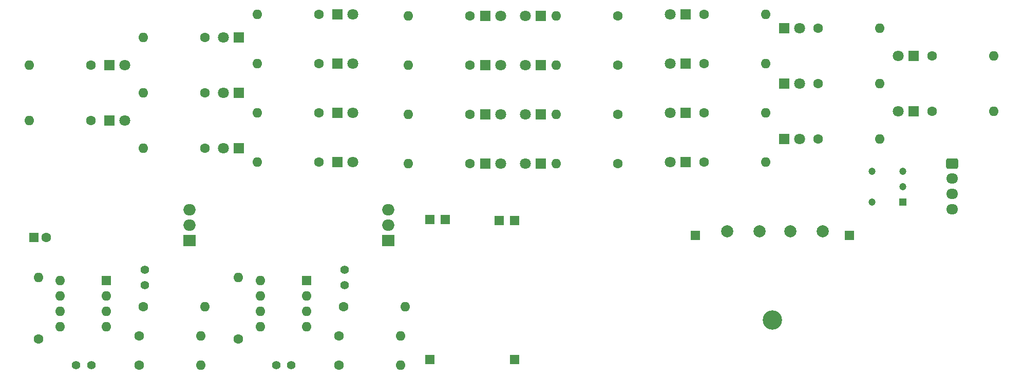
<source format=gbr>
%TF.GenerationSoftware,KiCad,Pcbnew,8.0.8*%
%TF.CreationDate,2025-03-28T10:57:28-04:00*%
%TF.ProjectId,rear_lights_unit,72656172-5f6c-4696-9768-74735f756e69,0*%
%TF.SameCoordinates,Original*%
%TF.FileFunction,Soldermask,Top*%
%TF.FilePolarity,Negative*%
%FSLAX46Y46*%
G04 Gerber Fmt 4.6, Leading zero omitted, Abs format (unit mm)*
G04 Created by KiCad (PCBNEW 8.0.8) date 2025-03-28 10:57:28*
%MOMM*%
%LPD*%
G01*
G04 APERTURE LIST*
G04 Aperture macros list*
%AMRoundRect*
0 Rectangle with rounded corners*
0 $1 Rounding radius*
0 $2 $3 $4 $5 $6 $7 $8 $9 X,Y pos of 4 corners*
0 Add a 4 corners polygon primitive as box body*
4,1,4,$2,$3,$4,$5,$6,$7,$8,$9,$2,$3,0*
0 Add four circle primitives for the rounded corners*
1,1,$1+$1,$2,$3*
1,1,$1+$1,$4,$5*
1,1,$1+$1,$6,$7*
1,1,$1+$1,$8,$9*
0 Add four rect primitives between the rounded corners*
20,1,$1+$1,$2,$3,$4,$5,0*
20,1,$1+$1,$4,$5,$6,$7,0*
20,1,$1+$1,$6,$7,$8,$9,0*
20,1,$1+$1,$8,$9,$2,$3,0*%
G04 Aperture macros list end*
%ADD10R,2.000000X1.905000*%
%ADD11O,2.000000X1.905000*%
%ADD12R,1.800000X1.800000*%
%ADD13C,1.800000*%
%ADD14R,1.600000X1.600000*%
%ADD15C,1.600000*%
%ADD16O,1.600000X1.600000*%
%ADD17R,1.524000X1.524000*%
%ADD18C,1.400000*%
%ADD19C,1.200000*%
%ADD20R,1.200000X1.200000*%
%ADD21C,2.000000*%
%ADD22RoundRect,0.250000X-0.725000X0.600000X-0.725000X-0.600000X0.725000X-0.600000X0.725000X0.600000X0*%
%ADD23O,1.950000X1.700000*%
%ADD24C,3.200000*%
G04 APERTURE END LIST*
D10*
%TO.C,Q2*%
X113030000Y-97282000D03*
D11*
X113030000Y-94742000D03*
X113030000Y-92202000D03*
%TD*%
D10*
%TO.C,Q1*%
X80264000Y-97282000D03*
D11*
X80264000Y-94742000D03*
X80264000Y-92202000D03*
%TD*%
D12*
%TO.C,D1*%
X104638000Y-59944000D03*
D13*
X107178000Y-59944000D03*
%TD*%
D12*
%TO.C,D11*%
X162052000Y-76200000D03*
D13*
X159512000Y-76200000D03*
%TD*%
D12*
%TO.C,D23*%
X138171000Y-76454000D03*
D13*
X135631000Y-76454000D03*
%TD*%
D12*
%TO.C,D9*%
X162052000Y-59944000D03*
D13*
X159512000Y-59944000D03*
%TD*%
D12*
%TO.C,D4*%
X104643000Y-84328000D03*
D13*
X107183000Y-84328000D03*
%TD*%
D12*
%TO.C,D18*%
X129022000Y-68326000D03*
D13*
X131562000Y-68326000D03*
%TD*%
D12*
%TO.C,D25*%
X67046000Y-77470000D03*
D13*
X69586000Y-77470000D03*
%TD*%
D12*
%TO.C,D14*%
X178303000Y-71374000D03*
D13*
X180843000Y-71374000D03*
%TD*%
D12*
%TO.C,D12*%
X162052000Y-84328000D03*
D13*
X159512000Y-84328000D03*
%TD*%
D12*
%TO.C,D24*%
X138171000Y-84582000D03*
D13*
X135631000Y-84582000D03*
%TD*%
D12*
%TO.C,D20*%
X129017000Y-84582000D03*
D13*
X131557000Y-84582000D03*
%TD*%
D12*
%TO.C,D7*%
X88387000Y-82042000D03*
D13*
X85847000Y-82042000D03*
%TD*%
D12*
%TO.C,D6*%
X88387000Y-72898000D03*
D13*
X85847000Y-72898000D03*
%TD*%
D12*
%TO.C,D17*%
X129022000Y-60198000D03*
D13*
X131562000Y-60198000D03*
%TD*%
D12*
%TO.C,D21*%
X138171000Y-60198000D03*
D13*
X135631000Y-60198000D03*
%TD*%
D12*
%TO.C,D13*%
X178298000Y-62230000D03*
D13*
X180838000Y-62230000D03*
%TD*%
D12*
%TO.C,D22*%
X138171000Y-68326000D03*
D13*
X135631000Y-68326000D03*
%TD*%
D12*
%TO.C,D10*%
X162052000Y-68072000D03*
D13*
X159512000Y-68072000D03*
%TD*%
D12*
%TO.C,D16*%
X199644000Y-66802000D03*
D13*
X197104000Y-66802000D03*
%TD*%
D12*
%TO.C,D26*%
X199649000Y-75946000D03*
D13*
X197109000Y-75946000D03*
%TD*%
D12*
%TO.C,D19*%
X129022000Y-76454000D03*
D13*
X131562000Y-76454000D03*
%TD*%
D12*
%TO.C,D15*%
X178298000Y-80518000D03*
D13*
X180838000Y-80518000D03*
%TD*%
D12*
%TO.C,D3*%
X104643000Y-76200000D03*
D13*
X107183000Y-76200000D03*
%TD*%
D12*
%TO.C,D8*%
X67046000Y-68326000D03*
D13*
X69586000Y-68326000D03*
%TD*%
D12*
%TO.C,D2*%
X104638000Y-68072000D03*
D13*
X107178000Y-68072000D03*
%TD*%
D12*
%TO.C,D5*%
X88387000Y-63754000D03*
D13*
X85847000Y-63754000D03*
%TD*%
D14*
%TO.C,C5*%
X54610000Y-96774000D03*
D15*
X56610000Y-96774000D03*
%TD*%
%TO.C,R4*%
X101595000Y-84328000D03*
D16*
X91435000Y-84328000D03*
%TD*%
D17*
%TO.C,U3*%
X133888000Y-116952000D03*
X119888000Y-116952000D03*
X131348000Y-93952000D03*
X122428000Y-93842000D03*
X133888000Y-93952000D03*
X119888000Y-93842000D03*
%TD*%
D18*
%TO.C,C4*%
X105875000Y-102138000D03*
X105875000Y-104638000D03*
%TD*%
D15*
%TO.C,R12*%
X165095000Y-84328000D03*
D16*
X175255000Y-84328000D03*
%TD*%
D15*
%TO.C,R27*%
X72644000Y-108204000D03*
D16*
X82804000Y-108204000D03*
%TD*%
D15*
%TO.C,R7*%
X82799000Y-82042000D03*
D16*
X72639000Y-82042000D03*
%TD*%
D15*
%TO.C,R16*%
X202687000Y-66802000D03*
D16*
X212847000Y-66802000D03*
%TD*%
D15*
%TO.C,R29*%
X104945000Y-113030000D03*
D16*
X115105000Y-113030000D03*
%TD*%
D15*
%TO.C,R32*%
X105707000Y-108204000D03*
D16*
X115867000Y-108204000D03*
%TD*%
D19*
%TO.C,SW2*%
X192786000Y-90932000D03*
X192786000Y-85852000D03*
D20*
X197866000Y-90932000D03*
D19*
X197866000Y-88392000D03*
X197866000Y-85852000D03*
%TD*%
D15*
%TO.C,R20*%
X126487000Y-84582000D03*
D16*
X116327000Y-84582000D03*
%TD*%
D15*
%TO.C,R5*%
X82799000Y-63754000D03*
D16*
X72639000Y-63754000D03*
%TD*%
D15*
%TO.C,R17*%
X126487000Y-60198000D03*
D16*
X116327000Y-60198000D03*
%TD*%
D21*
%TO.C,TP1*%
X184658000Y-95758000D03*
%TD*%
D15*
%TO.C,R34*%
X202687000Y-75946000D03*
D16*
X212847000Y-75946000D03*
%TD*%
D15*
%TO.C,R10*%
X165095000Y-68072000D03*
D16*
X175255000Y-68072000D03*
%TD*%
D15*
%TO.C,R19*%
X126487000Y-76454000D03*
D16*
X116327000Y-76454000D03*
%TD*%
D18*
%TO.C,C1*%
X61574000Y-117856000D03*
X64074000Y-117856000D03*
%TD*%
D14*
%TO.C,U2*%
X99568000Y-103896000D03*
D16*
X99568000Y-106436000D03*
X99568000Y-108976000D03*
X99568000Y-111516000D03*
X91948000Y-111516000D03*
X91948000Y-108976000D03*
X91948000Y-106436000D03*
X91948000Y-103896000D03*
%TD*%
D21*
%TO.C,TP4*%
X174244000Y-95758000D03*
%TD*%
D15*
%TO.C,R15*%
X183891000Y-80518000D03*
D16*
X194051000Y-80518000D03*
%TD*%
D15*
%TO.C,R26*%
X55372000Y-113548000D03*
D16*
X55372000Y-103388000D03*
%TD*%
D15*
%TO.C,R2*%
X101595000Y-68072000D03*
D16*
X91435000Y-68072000D03*
%TD*%
D18*
%TO.C,C2*%
X72898000Y-102138000D03*
X72898000Y-104638000D03*
%TD*%
D15*
%TO.C,R30*%
X88349000Y-113548000D03*
D16*
X88349000Y-103388000D03*
%TD*%
D22*
%TO.C,J1*%
X205994000Y-84582000D03*
D23*
X205994000Y-87082000D03*
X205994000Y-89582000D03*
X205994000Y-92082000D03*
%TD*%
D21*
%TO.C,TP2*%
X168910000Y-95758000D03*
%TD*%
D15*
%TO.C,R31*%
X104945000Y-117856000D03*
D16*
X115105000Y-117856000D03*
%TD*%
D15*
%TO.C,R14*%
X183891000Y-71374000D03*
D16*
X194051000Y-71374000D03*
%TD*%
D24*
%TO.C,BT1*%
X176405100Y-110452100D03*
D17*
X163705100Y-96482100D03*
X189105100Y-96482100D03*
%TD*%
D15*
%TO.C,R33*%
X64003000Y-77470000D03*
D16*
X53843000Y-77470000D03*
%TD*%
D15*
%TO.C,R11*%
X165095000Y-76200000D03*
D16*
X175255000Y-76200000D03*
%TD*%
D15*
%TO.C,R21*%
X150871000Y-60198000D03*
D16*
X140711000Y-60198000D03*
%TD*%
D15*
%TO.C,R18*%
X126487000Y-68326000D03*
D16*
X116327000Y-68326000D03*
%TD*%
D15*
%TO.C,R25*%
X71968000Y-113030000D03*
D16*
X82128000Y-113030000D03*
%TD*%
D15*
%TO.C,R22*%
X150871000Y-68326000D03*
D16*
X140711000Y-68326000D03*
%TD*%
D15*
%TO.C,R28*%
X71968000Y-117856000D03*
D16*
X82128000Y-117856000D03*
%TD*%
D15*
%TO.C,R3*%
X101595000Y-76200000D03*
D16*
X91435000Y-76200000D03*
%TD*%
D15*
%TO.C,R23*%
X150871000Y-76454000D03*
D16*
X140711000Y-76454000D03*
%TD*%
D15*
%TO.C,R1*%
X101595000Y-59944000D03*
D16*
X91435000Y-59944000D03*
%TD*%
D18*
%TO.C,C3*%
X94551000Y-117856000D03*
X97051000Y-117856000D03*
%TD*%
D15*
%TO.C,R9*%
X165095000Y-59944000D03*
D16*
X175255000Y-59944000D03*
%TD*%
D14*
%TO.C,U1*%
X66538000Y-103896000D03*
D16*
X66538000Y-106436000D03*
X66538000Y-108976000D03*
X66538000Y-111516000D03*
X58918000Y-111516000D03*
X58918000Y-108976000D03*
X58918000Y-106436000D03*
X58918000Y-103896000D03*
%TD*%
D15*
%TO.C,R6*%
X82799000Y-72898000D03*
D16*
X72639000Y-72898000D03*
%TD*%
D21*
%TO.C,TP3*%
X179324000Y-95758000D03*
%TD*%
D15*
%TO.C,R24*%
X150871000Y-84582000D03*
D16*
X140711000Y-84582000D03*
%TD*%
D15*
%TO.C,R8*%
X64003000Y-68326000D03*
D16*
X53843000Y-68326000D03*
%TD*%
D15*
%TO.C,R13*%
X183891000Y-62230000D03*
D16*
X194051000Y-62230000D03*
%TD*%
M02*

</source>
